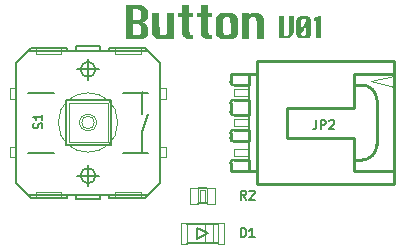
<source format=gto>
G04 (created by PCBNEW (2013-07-07 BZR 4022)-stable) date 2015/2/26 10:26:18*
%MOIN*%
G04 Gerber Fmt 3.4, Leading zero omitted, Abs format*
%FSLAX34Y34*%
G01*
G70*
G90*
G04 APERTURE LIST*
%ADD10C,0.00590551*%
%ADD11C,0.0026*%
%ADD12C,0.006*%
%ADD13C,0.002*%
%ADD14C,0.003*%
%ADD15C,0.001*%
%ADD16C,0.005*%
%ADD17C,0.01*%
%ADD18C,0.008*%
%ADD19C,0.0001*%
G04 APERTURE END LIST*
G54D10*
G54D11*
X23660Y-27525D02*
X23915Y-27525D01*
X23915Y-27525D02*
X23915Y-26974D01*
X23660Y-26974D02*
X23915Y-26974D01*
X23660Y-27525D02*
X23660Y-26974D01*
X23080Y-27525D02*
X23336Y-27525D01*
X23336Y-27525D02*
X23336Y-26974D01*
X23080Y-26974D02*
X23336Y-26974D01*
X23080Y-27525D02*
X23080Y-26974D01*
X23422Y-27446D02*
X23578Y-27446D01*
X23578Y-27446D02*
X23578Y-27054D01*
X23422Y-27054D02*
X23578Y-27054D01*
X23422Y-27446D02*
X23422Y-27054D01*
G54D12*
X23339Y-27000D02*
X23661Y-27000D01*
X23339Y-27500D02*
X23661Y-27500D01*
G54D11*
X17285Y-23653D02*
X17085Y-23653D01*
X17085Y-23653D02*
X17085Y-24003D01*
X17285Y-24003D02*
X17085Y-24003D01*
X17285Y-23653D02*
X17285Y-24003D01*
X17285Y-25603D02*
X17085Y-25603D01*
X17085Y-25603D02*
X17085Y-25953D01*
X17285Y-25953D02*
X17085Y-25953D01*
X17285Y-25603D02*
X17285Y-25953D01*
X22285Y-25603D02*
X22085Y-25603D01*
X22085Y-25603D02*
X22085Y-25953D01*
X22285Y-25953D02*
X22085Y-25953D01*
X22285Y-25603D02*
X22285Y-25953D01*
X22285Y-23653D02*
X22085Y-23653D01*
X22085Y-23653D02*
X22085Y-24003D01*
X22285Y-24003D02*
X22085Y-24003D01*
X22285Y-23653D02*
X22285Y-24003D01*
X18785Y-27103D02*
X17935Y-27103D01*
X17935Y-27103D02*
X17935Y-27303D01*
X18785Y-27303D02*
X17935Y-27303D01*
X18785Y-27103D02*
X18785Y-27303D01*
X21435Y-27103D02*
X20585Y-27103D01*
X20585Y-27103D02*
X20585Y-27303D01*
X21435Y-27303D02*
X20585Y-27303D01*
X21435Y-27103D02*
X21435Y-27303D01*
X18785Y-22303D02*
X17935Y-22303D01*
X17935Y-22303D02*
X17935Y-22503D01*
X18785Y-22503D02*
X17935Y-22503D01*
X18785Y-22303D02*
X18785Y-22503D01*
X21435Y-22303D02*
X20585Y-22303D01*
X20585Y-22303D02*
X20585Y-22503D01*
X21435Y-22503D02*
X20585Y-22503D01*
X21435Y-22303D02*
X21435Y-22503D01*
G54D12*
X20435Y-25553D02*
X18935Y-25553D01*
X18935Y-24053D02*
X18935Y-25553D01*
X18935Y-24053D02*
X20435Y-24053D01*
X20435Y-25553D02*
X20435Y-24053D01*
G54D13*
X20335Y-25453D02*
X19035Y-25453D01*
X19035Y-24153D02*
X19035Y-25453D01*
X19035Y-24153D02*
X20335Y-24153D01*
X20335Y-25453D02*
X20335Y-24153D01*
G54D12*
X20085Y-27203D02*
X20085Y-27353D01*
X20085Y-27203D02*
X19285Y-27203D01*
X20085Y-27353D02*
X19285Y-27353D01*
X19285Y-27353D02*
X19285Y-27203D01*
X17285Y-26803D02*
X17685Y-27203D01*
X17685Y-27203D02*
X18985Y-27203D01*
X17285Y-26803D02*
X17285Y-26303D01*
X17285Y-25253D02*
X17285Y-26303D01*
X17285Y-25253D02*
X17285Y-24353D01*
X17285Y-23303D02*
X17285Y-24353D01*
X17685Y-22403D02*
X17285Y-22803D01*
X17285Y-22803D02*
X17285Y-23303D01*
X22085Y-25253D02*
X22085Y-26303D01*
X22085Y-25253D02*
X22085Y-24353D01*
X22085Y-23303D02*
X22085Y-24353D01*
X22085Y-23303D02*
X22085Y-22803D01*
X22085Y-22803D02*
X21685Y-22403D01*
X21685Y-22403D02*
X20385Y-22403D01*
X21685Y-27203D02*
X20385Y-27203D01*
X21685Y-27203D02*
X22085Y-26803D01*
X22085Y-26803D02*
X22085Y-26303D01*
X20085Y-22253D02*
X19285Y-22253D01*
X20085Y-22253D02*
X20085Y-22403D01*
X19285Y-22403D02*
X19285Y-22253D01*
X17685Y-27203D02*
X17785Y-27303D01*
X17785Y-27303D02*
X18985Y-27303D01*
X18985Y-27303D02*
X18985Y-27203D01*
X18985Y-27203D02*
X19285Y-27203D01*
X20385Y-27303D02*
X20385Y-27203D01*
X20385Y-27203D02*
X20085Y-27203D01*
X20385Y-27303D02*
X21585Y-27303D01*
X21685Y-27203D02*
X21585Y-27303D01*
X20085Y-22403D02*
X19285Y-22403D01*
X19285Y-22403D02*
X18985Y-22403D01*
X20385Y-22403D02*
X20385Y-22303D01*
X20385Y-22403D02*
X20085Y-22403D01*
X20385Y-22303D02*
X21585Y-22303D01*
X21585Y-22303D02*
X21685Y-22403D01*
X18985Y-22403D02*
X18985Y-22303D01*
X18985Y-22403D02*
X17685Y-22403D01*
X17785Y-22303D02*
X18985Y-22303D01*
X17685Y-22403D02*
X17785Y-22303D01*
X21685Y-25803D02*
X21485Y-25803D01*
X18535Y-25803D02*
X17685Y-25803D01*
X21685Y-23803D02*
X21485Y-23803D01*
X18535Y-23803D02*
X17685Y-23803D01*
X21485Y-25803D02*
X21485Y-25103D01*
X21485Y-25803D02*
X20835Y-25803D01*
X21485Y-25103D02*
X21685Y-24503D01*
X21485Y-24503D02*
X21485Y-23803D01*
X21485Y-23803D02*
X20835Y-23803D01*
G54D14*
X20674Y-24803D02*
G75*
G03X20674Y-24803I-989J0D01*
G74*
G01*
G54D15*
X19967Y-24803D02*
G75*
G03X19967Y-24803I-282J0D01*
G74*
G01*
X19897Y-24803D02*
G75*
G03X19897Y-24803I-212J0D01*
G74*
G01*
G54D14*
X21520Y-25803D02*
G75*
G03X21520Y-25803I-35J0D01*
G74*
G01*
X21520Y-23803D02*
G75*
G03X21520Y-23803I-35J0D01*
G74*
G01*
G54D16*
X19935Y-23033D02*
G75*
G03X19935Y-23033I-250J0D01*
G74*
G01*
X20039Y-23033D02*
X19331Y-23033D01*
X19685Y-22678D02*
X19685Y-23389D01*
X19935Y-26573D02*
G75*
G03X19935Y-26573I-250J0D01*
G74*
G01*
X20039Y-26573D02*
X19331Y-26573D01*
X19685Y-26217D02*
X19685Y-26928D01*
G54D11*
X24559Y-23678D02*
X24559Y-23928D01*
X24559Y-23928D02*
X25059Y-23928D01*
X25059Y-23678D02*
X25059Y-23928D01*
X24559Y-23678D02*
X25059Y-23678D01*
X24559Y-24678D02*
X24559Y-24928D01*
X24559Y-24928D02*
X25059Y-24928D01*
X25059Y-24678D02*
X25059Y-24928D01*
X24559Y-24678D02*
X25059Y-24678D01*
X24559Y-25678D02*
X24559Y-25928D01*
X24559Y-25928D02*
X25059Y-25928D01*
X25059Y-25678D02*
X25059Y-25928D01*
X24559Y-25678D02*
X25059Y-25678D01*
G54D17*
X29871Y-26865D02*
X29871Y-26428D01*
X29871Y-26428D02*
X29871Y-22741D01*
X29871Y-22741D02*
X25309Y-22741D01*
X28559Y-24303D02*
X26309Y-24303D01*
X26309Y-24303D02*
X26309Y-25303D01*
X26309Y-25303D02*
X28559Y-25303D01*
X29871Y-23178D02*
X28559Y-23178D01*
X28559Y-23178D02*
X28559Y-23553D01*
X28559Y-23553D02*
X28559Y-24303D01*
X28559Y-25303D02*
X28559Y-26053D01*
X28559Y-26053D02*
X28559Y-26428D01*
X28559Y-26428D02*
X29871Y-26428D01*
X28559Y-23553D02*
X28809Y-23553D01*
X29309Y-24053D02*
X29309Y-25553D01*
X28809Y-26053D02*
X28559Y-26053D01*
X25309Y-22741D02*
X25309Y-26865D01*
X25309Y-26865D02*
X29871Y-26865D01*
X25309Y-23178D02*
X25059Y-23178D01*
X25059Y-23178D02*
X24434Y-23178D01*
X25059Y-23178D02*
X25059Y-23553D01*
G54D16*
X25059Y-23553D02*
X25059Y-24053D01*
G54D17*
X25059Y-24053D02*
X25059Y-24553D01*
G54D16*
X25059Y-24553D02*
X25059Y-25053D01*
G54D17*
X25059Y-25053D02*
X25059Y-25428D01*
X25059Y-23553D02*
X24534Y-23553D01*
X24434Y-23453D02*
X24434Y-23178D01*
X25059Y-24053D02*
X24534Y-24053D01*
X25059Y-24553D02*
X24534Y-24553D01*
X24434Y-24453D02*
X24434Y-24153D01*
X25059Y-25053D02*
X24534Y-25053D01*
X24434Y-25153D02*
X24434Y-25328D01*
X24534Y-25428D02*
X25059Y-25428D01*
X24434Y-26428D02*
X25059Y-26428D01*
X25059Y-26428D02*
X25309Y-26428D01*
G54D16*
X25059Y-25428D02*
X25059Y-26053D01*
G54D17*
X25059Y-26053D02*
X25059Y-26428D01*
X25059Y-26053D02*
X24534Y-26053D01*
X24434Y-26153D02*
X24434Y-26428D01*
G54D13*
X29871Y-23241D02*
X29121Y-23429D01*
X29121Y-23429D02*
X29871Y-23616D01*
X29871Y-23616D02*
X29871Y-23241D01*
G54D17*
X29309Y-24053D02*
G75*
G03X28809Y-23553I-500J0D01*
G74*
G01*
X28809Y-26053D02*
G75*
G03X29309Y-25553I0J500D01*
G74*
G01*
X24434Y-23453D02*
G75*
G03X24534Y-23553I100J0D01*
G74*
G01*
X24534Y-24053D02*
G75*
G03X24434Y-24153I0J-100D01*
G74*
G01*
X24434Y-24453D02*
G75*
G03X24534Y-24553I100J0D01*
G74*
G01*
X24534Y-25053D02*
G75*
G03X24434Y-25153I0J-100D01*
G74*
G01*
X24434Y-25328D02*
G75*
G03X24534Y-25428I100J0D01*
G74*
G01*
X24534Y-26053D02*
G75*
G03X24434Y-26153I0J-100D01*
G74*
G01*
G54D11*
X24230Y-28160D02*
X24009Y-28160D01*
X24009Y-28160D02*
X24009Y-28840D01*
X24230Y-28840D02*
X24009Y-28840D01*
X24230Y-28160D02*
X24230Y-28840D01*
X22991Y-28160D02*
X22770Y-28160D01*
X22770Y-28160D02*
X22770Y-28840D01*
X22991Y-28840D02*
X22770Y-28840D01*
X22991Y-28160D02*
X22991Y-28840D01*
X23840Y-28190D02*
X23600Y-28190D01*
X23600Y-28190D02*
X23600Y-28810D01*
X23840Y-28810D02*
X23600Y-28810D01*
X23840Y-28190D02*
X23840Y-28810D01*
G54D12*
X22980Y-28810D02*
X24020Y-28810D01*
X22980Y-28190D02*
X24020Y-28190D01*
G54D18*
X23304Y-28696D02*
X23696Y-28500D01*
X23696Y-28500D02*
X23304Y-28304D01*
X23304Y-28304D02*
X23304Y-28696D01*
G54D19*
G36*
X26546Y-21250D02*
X26545Y-21511D01*
X26544Y-21560D01*
X26544Y-21603D01*
X26544Y-21640D01*
X26543Y-21672D01*
X26543Y-21699D01*
X26542Y-21722D01*
X26542Y-21742D01*
X26541Y-21757D01*
X26540Y-21770D01*
X26538Y-21781D01*
X26537Y-21791D01*
X26535Y-21799D01*
X26533Y-21806D01*
X26530Y-21813D01*
X26527Y-21820D01*
X26523Y-21828D01*
X26521Y-21832D01*
X26503Y-21864D01*
X26480Y-21895D01*
X26453Y-21924D01*
X26423Y-21948D01*
X26391Y-21969D01*
X26366Y-21980D01*
X26353Y-21985D01*
X26341Y-21989D01*
X26329Y-21992D01*
X26317Y-21994D01*
X26302Y-21996D01*
X26285Y-21998D01*
X26265Y-21999D01*
X26241Y-21999D01*
X26212Y-21999D01*
X26178Y-21999D01*
X26168Y-22000D01*
X26045Y-22000D01*
X26045Y-21625D01*
X26045Y-21250D01*
X26128Y-21250D01*
X26211Y-21250D01*
X26211Y-21584D01*
X26211Y-21917D01*
X26264Y-21916D01*
X26284Y-21915D01*
X26299Y-21914D01*
X26310Y-21914D01*
X26318Y-21912D01*
X26325Y-21910D01*
X26331Y-21907D01*
X26333Y-21906D01*
X26349Y-21895D01*
X26363Y-21880D01*
X26372Y-21863D01*
X26375Y-21857D01*
X26375Y-21851D01*
X26376Y-21839D01*
X26376Y-21820D01*
X26377Y-21794D01*
X26377Y-21762D01*
X26378Y-21725D01*
X26378Y-21681D01*
X26378Y-21631D01*
X26378Y-21575D01*
X26378Y-21548D01*
X26378Y-21250D01*
X26462Y-21250D01*
X26546Y-21250D01*
X26546Y-21250D01*
X26546Y-21250D01*
G37*
G36*
X27124Y-21711D02*
X27124Y-21745D01*
X27123Y-21772D01*
X27123Y-21797D01*
X27123Y-21816D01*
X27123Y-21833D01*
X27122Y-21845D01*
X27122Y-21856D01*
X27121Y-21864D01*
X27120Y-21870D01*
X27119Y-21875D01*
X27118Y-21880D01*
X27117Y-21882D01*
X27110Y-21903D01*
X27100Y-21921D01*
X27087Y-21938D01*
X27071Y-21953D01*
X27045Y-21975D01*
X27017Y-21989D01*
X26997Y-21996D01*
X26988Y-21997D01*
X26975Y-21998D01*
X26957Y-21998D01*
X26957Y-21642D01*
X26957Y-21618D01*
X26957Y-21599D01*
X26956Y-21585D01*
X26956Y-21574D01*
X26956Y-21568D01*
X26955Y-21564D01*
X26954Y-21562D01*
X26954Y-21562D01*
X26954Y-21399D01*
X26952Y-21392D01*
X26947Y-21381D01*
X26941Y-21369D01*
X26934Y-21360D01*
X26932Y-21358D01*
X26917Y-21345D01*
X26898Y-21338D01*
X26875Y-21336D01*
X26854Y-21338D01*
X26836Y-21344D01*
X26819Y-21356D01*
X26815Y-21361D01*
X26809Y-21366D01*
X26805Y-21371D01*
X26802Y-21375D01*
X26799Y-21381D01*
X26797Y-21388D01*
X26795Y-21397D01*
X26794Y-21409D01*
X26793Y-21424D01*
X26792Y-21443D01*
X26792Y-21466D01*
X26791Y-21495D01*
X26791Y-21529D01*
X26791Y-21547D01*
X26790Y-21699D01*
X26872Y-21552D01*
X26888Y-21523D01*
X26903Y-21496D01*
X26916Y-21471D01*
X26928Y-21449D01*
X26938Y-21430D01*
X26946Y-21415D01*
X26951Y-21405D01*
X26954Y-21400D01*
X26954Y-21399D01*
X26954Y-21562D01*
X26953Y-21563D01*
X26952Y-21564D01*
X26951Y-21565D01*
X26948Y-21570D01*
X26943Y-21580D01*
X26934Y-21595D01*
X26924Y-21614D01*
X26911Y-21636D01*
X26898Y-21660D01*
X26883Y-21687D01*
X26869Y-21712D01*
X26793Y-21847D01*
X26798Y-21864D01*
X26807Y-21883D01*
X26821Y-21898D01*
X26839Y-21909D01*
X26859Y-21915D01*
X26881Y-21915D01*
X26898Y-21912D01*
X26919Y-21902D01*
X26936Y-21887D01*
X26946Y-21873D01*
X26955Y-21858D01*
X26956Y-21707D01*
X26956Y-21671D01*
X26957Y-21642D01*
X26957Y-21998D01*
X26957Y-21999D01*
X26935Y-21999D01*
X26910Y-21999D01*
X26885Y-21999D01*
X26858Y-21999D01*
X26833Y-21999D01*
X26808Y-21998D01*
X26787Y-21998D01*
X26769Y-21997D01*
X26755Y-21996D01*
X26748Y-21995D01*
X26748Y-21995D01*
X26719Y-21984D01*
X26693Y-21967D01*
X26669Y-21945D01*
X26650Y-21920D01*
X26639Y-21901D01*
X26626Y-21875D01*
X26626Y-21625D01*
X26626Y-21375D01*
X26639Y-21349D01*
X26656Y-21320D01*
X26679Y-21295D01*
X26706Y-21274D01*
X26737Y-21258D01*
X26745Y-21256D01*
X26750Y-21254D01*
X26756Y-21253D01*
X26764Y-21252D01*
X26776Y-21252D01*
X26792Y-21251D01*
X26812Y-21251D01*
X26837Y-21251D01*
X26868Y-21250D01*
X26874Y-21250D01*
X26905Y-21250D01*
X26930Y-21251D01*
X26950Y-21251D01*
X26966Y-21251D01*
X26978Y-21251D01*
X26987Y-21252D01*
X26994Y-21253D01*
X27000Y-21254D01*
X27005Y-21256D01*
X27011Y-21258D01*
X27031Y-21266D01*
X27046Y-21275D01*
X27061Y-21287D01*
X27073Y-21298D01*
X27092Y-21319D01*
X27106Y-21340D01*
X27116Y-21363D01*
X27117Y-21367D01*
X27118Y-21371D01*
X27119Y-21375D01*
X27120Y-21381D01*
X27121Y-21387D01*
X27122Y-21396D01*
X27122Y-21406D01*
X27123Y-21419D01*
X27123Y-21436D01*
X27123Y-21456D01*
X27124Y-21480D01*
X27124Y-21509D01*
X27124Y-21544D01*
X27124Y-21584D01*
X27124Y-21625D01*
X27124Y-21671D01*
X27124Y-21711D01*
X27124Y-21711D01*
X27124Y-21711D01*
G37*
G36*
X27456Y-22000D02*
X27373Y-22000D01*
X27289Y-22000D01*
X27289Y-21709D01*
X27289Y-21417D01*
X27246Y-21417D01*
X27203Y-21417D01*
X27203Y-21376D01*
X27203Y-21335D01*
X27288Y-21293D01*
X27372Y-21250D01*
X27414Y-21250D01*
X27456Y-21250D01*
X27456Y-21625D01*
X27456Y-22000D01*
X27456Y-22000D01*
X27456Y-22000D01*
G37*
G36*
X21696Y-21723D02*
X21696Y-21757D01*
X21694Y-21790D01*
X21692Y-21820D01*
X21688Y-21843D01*
X21686Y-21849D01*
X21668Y-21891D01*
X21642Y-21929D01*
X21609Y-21963D01*
X21570Y-21991D01*
X21528Y-22011D01*
X21508Y-22018D01*
X21500Y-22019D01*
X21488Y-22020D01*
X21471Y-22022D01*
X21449Y-22022D01*
X21445Y-22022D01*
X21445Y-21674D01*
X21445Y-21247D01*
X21445Y-21213D01*
X21445Y-21201D01*
X21444Y-21169D01*
X21443Y-21146D01*
X21442Y-21129D01*
X21440Y-21116D01*
X21438Y-21107D01*
X21434Y-21099D01*
X21429Y-21090D01*
X21429Y-21089D01*
X21410Y-21065D01*
X21383Y-21044D01*
X21354Y-21031D01*
X21353Y-21031D01*
X21341Y-21029D01*
X21321Y-21027D01*
X21296Y-21026D01*
X21269Y-21025D01*
X21264Y-21025D01*
X21195Y-21025D01*
X21195Y-21213D01*
X21195Y-21401D01*
X21277Y-21400D01*
X21307Y-21399D01*
X21329Y-21398D01*
X21345Y-21397D01*
X21357Y-21395D01*
X21366Y-21392D01*
X21375Y-21388D01*
X21382Y-21384D01*
X21407Y-21364D01*
X21427Y-21339D01*
X21440Y-21311D01*
X21441Y-21309D01*
X21443Y-21296D01*
X21444Y-21275D01*
X21445Y-21247D01*
X21445Y-21674D01*
X21444Y-21640D01*
X21440Y-21611D01*
X21435Y-21589D01*
X21427Y-21572D01*
X21415Y-21558D01*
X21400Y-21547D01*
X21388Y-21540D01*
X21378Y-21536D01*
X21368Y-21532D01*
X21357Y-21530D01*
X21342Y-21528D01*
X21322Y-21527D01*
X21294Y-21526D01*
X21279Y-21526D01*
X21195Y-21524D01*
X21195Y-21712D01*
X21195Y-21900D01*
X21274Y-21899D01*
X21306Y-21898D01*
X21329Y-21897D01*
X21346Y-21895D01*
X21359Y-21892D01*
X21369Y-21889D01*
X21372Y-21887D01*
X21397Y-21871D01*
X21419Y-21850D01*
X21434Y-21828D01*
X21437Y-21821D01*
X21440Y-21811D01*
X21442Y-21797D01*
X21443Y-21778D01*
X21444Y-21752D01*
X21445Y-21719D01*
X21445Y-21674D01*
X21445Y-22022D01*
X21421Y-22023D01*
X21385Y-22024D01*
X21342Y-22024D01*
X21291Y-22024D01*
X21231Y-22024D01*
X21214Y-22024D01*
X20946Y-22025D01*
X20946Y-21463D01*
X20946Y-20900D01*
X21219Y-20900D01*
X21493Y-20900D01*
X21527Y-20913D01*
X21561Y-20928D01*
X21591Y-20947D01*
X21620Y-20973D01*
X21628Y-20981D01*
X21650Y-21006D01*
X21667Y-21031D01*
X21680Y-21056D01*
X21688Y-21084D01*
X21693Y-21117D01*
X21695Y-21157D01*
X21695Y-21185D01*
X21694Y-21232D01*
X21691Y-21271D01*
X21684Y-21304D01*
X21674Y-21331D01*
X21660Y-21356D01*
X21642Y-21379D01*
X21633Y-21388D01*
X21608Y-21408D01*
X21581Y-21425D01*
X21547Y-21440D01*
X21510Y-21452D01*
X21491Y-21458D01*
X21480Y-21462D01*
X21478Y-21464D01*
X21483Y-21465D01*
X21486Y-21465D01*
X21507Y-21468D01*
X21533Y-21475D01*
X21560Y-21484D01*
X21584Y-21495D01*
X21587Y-21497D01*
X21615Y-21519D01*
X21642Y-21548D01*
X21664Y-21582D01*
X21681Y-21620D01*
X21688Y-21641D01*
X21692Y-21662D01*
X21695Y-21690D01*
X21696Y-21723D01*
X21696Y-21723D01*
X21696Y-21723D01*
G37*
G36*
X22566Y-22025D02*
X22441Y-22025D01*
X22316Y-22025D01*
X22315Y-21973D01*
X22315Y-21922D01*
X22308Y-21946D01*
X22296Y-21970D01*
X22278Y-21992D01*
X22257Y-22009D01*
X22238Y-22018D01*
X22223Y-22021D01*
X22199Y-22023D01*
X22166Y-22024D01*
X22124Y-22024D01*
X22120Y-22024D01*
X22084Y-22024D01*
X22056Y-22023D01*
X22034Y-22022D01*
X22018Y-22020D01*
X22004Y-22018D01*
X21995Y-22015D01*
X21948Y-21995D01*
X21907Y-21967D01*
X21872Y-21931D01*
X21843Y-21888D01*
X21823Y-21844D01*
X21822Y-21838D01*
X21821Y-21830D01*
X21819Y-21820D01*
X21818Y-21805D01*
X21818Y-21787D01*
X21817Y-21763D01*
X21817Y-21733D01*
X21816Y-21697D01*
X21816Y-21654D01*
X21816Y-21604D01*
X21816Y-21544D01*
X21816Y-21487D01*
X21816Y-21150D01*
X21941Y-21150D01*
X22065Y-21150D01*
X22067Y-21479D01*
X22067Y-21545D01*
X22067Y-21601D01*
X22068Y-21649D01*
X22068Y-21689D01*
X22068Y-21722D01*
X22069Y-21749D01*
X22070Y-21770D01*
X22070Y-21787D01*
X22071Y-21800D01*
X22073Y-21809D01*
X22074Y-21816D01*
X22075Y-21821D01*
X22077Y-21825D01*
X22097Y-21854D01*
X22122Y-21876D01*
X22151Y-21890D01*
X22183Y-21897D01*
X22215Y-21895D01*
X22247Y-21885D01*
X22248Y-21884D01*
X22272Y-21867D01*
X22293Y-21845D01*
X22307Y-21820D01*
X22310Y-21811D01*
X22312Y-21801D01*
X22313Y-21782D01*
X22313Y-21754D01*
X22314Y-21716D01*
X22315Y-21670D01*
X22315Y-21616D01*
X22316Y-21553D01*
X22316Y-21481D01*
X22316Y-21472D01*
X22316Y-21150D01*
X22441Y-21150D01*
X22566Y-21150D01*
X22566Y-21588D01*
X22566Y-22025D01*
X22566Y-22025D01*
X22566Y-22025D01*
G37*
G36*
X23193Y-22025D02*
X23107Y-22024D01*
X23072Y-22024D01*
X23045Y-22023D01*
X23025Y-22022D01*
X23009Y-22019D01*
X22996Y-22016D01*
X22993Y-22015D01*
X22959Y-22002D01*
X22930Y-21986D01*
X22902Y-21965D01*
X22895Y-21958D01*
X22862Y-21921D01*
X22837Y-21880D01*
X22822Y-21840D01*
X22820Y-21832D01*
X22819Y-21822D01*
X22817Y-21811D01*
X22816Y-21796D01*
X22815Y-21778D01*
X22815Y-21755D01*
X22814Y-21726D01*
X22814Y-21691D01*
X22814Y-21649D01*
X22813Y-21598D01*
X22813Y-21542D01*
X22813Y-21275D01*
X22751Y-21275D01*
X22688Y-21275D01*
X22688Y-21213D01*
X22688Y-21150D01*
X22751Y-21150D01*
X22813Y-21150D01*
X22813Y-21025D01*
X22813Y-20900D01*
X22939Y-20900D01*
X23066Y-20900D01*
X23064Y-21025D01*
X23063Y-21150D01*
X23128Y-21150D01*
X23193Y-21150D01*
X23193Y-21213D01*
X23193Y-21275D01*
X23128Y-21275D01*
X23063Y-21275D01*
X23063Y-21519D01*
X23063Y-21569D01*
X23064Y-21616D01*
X23064Y-21660D01*
X23065Y-21700D01*
X23065Y-21735D01*
X23066Y-21763D01*
X23067Y-21783D01*
X23068Y-21794D01*
X23076Y-21825D01*
X23089Y-21850D01*
X23111Y-21870D01*
X23132Y-21883D01*
X23150Y-21891D01*
X23167Y-21897D01*
X23178Y-21899D01*
X23193Y-21899D01*
X23193Y-21962D01*
X23193Y-22025D01*
X23193Y-22025D01*
X23193Y-22025D01*
G37*
G36*
X23818Y-22025D02*
X23732Y-22024D01*
X23697Y-22024D01*
X23670Y-22023D01*
X23650Y-22022D01*
X23634Y-22019D01*
X23621Y-22016D01*
X23618Y-22015D01*
X23584Y-22002D01*
X23555Y-21986D01*
X23527Y-21965D01*
X23520Y-21958D01*
X23487Y-21921D01*
X23462Y-21880D01*
X23447Y-21840D01*
X23445Y-21832D01*
X23444Y-21822D01*
X23442Y-21811D01*
X23441Y-21796D01*
X23440Y-21778D01*
X23440Y-21755D01*
X23439Y-21726D01*
X23439Y-21691D01*
X23439Y-21649D01*
X23439Y-21598D01*
X23439Y-21542D01*
X23438Y-21275D01*
X23376Y-21275D01*
X23313Y-21275D01*
X23313Y-21213D01*
X23313Y-21150D01*
X23376Y-21150D01*
X23438Y-21150D01*
X23438Y-21025D01*
X23438Y-20900D01*
X23565Y-20900D01*
X23691Y-20900D01*
X23689Y-21025D01*
X23688Y-21150D01*
X23753Y-21150D01*
X23818Y-21150D01*
X23818Y-21213D01*
X23818Y-21275D01*
X23753Y-21275D01*
X23688Y-21275D01*
X23688Y-21519D01*
X23688Y-21569D01*
X23689Y-21616D01*
X23689Y-21660D01*
X23690Y-21700D01*
X23690Y-21735D01*
X23691Y-21763D01*
X23692Y-21783D01*
X23693Y-21794D01*
X23701Y-21825D01*
X23715Y-21850D01*
X23736Y-21870D01*
X23758Y-21883D01*
X23776Y-21891D01*
X23792Y-21897D01*
X23804Y-21899D01*
X23818Y-21899D01*
X23818Y-21962D01*
X23818Y-22025D01*
X23818Y-22025D01*
X23818Y-22025D01*
G37*
G36*
X24686Y-21588D02*
X24686Y-21646D01*
X24686Y-21694D01*
X24685Y-21735D01*
X24685Y-21769D01*
X24684Y-21797D01*
X24682Y-21819D01*
X24679Y-21838D01*
X24676Y-21853D01*
X24672Y-21866D01*
X24667Y-21878D01*
X24661Y-21889D01*
X24654Y-21901D01*
X24651Y-21904D01*
X24635Y-21925D01*
X24615Y-21948D01*
X24591Y-21969D01*
X24569Y-21987D01*
X24549Y-21999D01*
X24535Y-22006D01*
X24522Y-22011D01*
X24508Y-22015D01*
X24492Y-22018D01*
X24474Y-22021D01*
X24451Y-22022D01*
X24434Y-22023D01*
X24434Y-21812D01*
X24434Y-21588D01*
X24434Y-21533D01*
X24434Y-21487D01*
X24433Y-21449D01*
X24433Y-21418D01*
X24432Y-21394D01*
X24430Y-21375D01*
X24428Y-21360D01*
X24425Y-21349D01*
X24422Y-21340D01*
X24417Y-21332D01*
X24411Y-21325D01*
X24404Y-21318D01*
X24399Y-21314D01*
X24374Y-21294D01*
X24347Y-21282D01*
X24315Y-21278D01*
X24311Y-21278D01*
X24276Y-21283D01*
X24246Y-21297D01*
X24220Y-21319D01*
X24199Y-21348D01*
X24197Y-21353D01*
X24195Y-21358D01*
X24193Y-21365D01*
X24192Y-21373D01*
X24191Y-21385D01*
X24190Y-21401D01*
X24189Y-21421D01*
X24189Y-21448D01*
X24189Y-21481D01*
X24189Y-21523D01*
X24189Y-21573D01*
X24189Y-21588D01*
X24189Y-21642D01*
X24189Y-21687D01*
X24189Y-21724D01*
X24190Y-21754D01*
X24190Y-21778D01*
X24192Y-21797D01*
X24194Y-21812D01*
X24197Y-21823D01*
X24201Y-21832D01*
X24206Y-21840D01*
X24213Y-21848D01*
X24220Y-21855D01*
X24223Y-21859D01*
X24250Y-21881D01*
X24280Y-21894D01*
X24314Y-21898D01*
X24340Y-21894D01*
X24369Y-21883D01*
X24396Y-21864D01*
X24417Y-21840D01*
X24420Y-21836D01*
X24434Y-21812D01*
X24434Y-22023D01*
X24423Y-22023D01*
X24388Y-22024D01*
X24346Y-22024D01*
X24309Y-22024D01*
X24262Y-22024D01*
X24225Y-22024D01*
X24195Y-22023D01*
X24172Y-22023D01*
X24154Y-22022D01*
X24140Y-22020D01*
X24129Y-22019D01*
X24120Y-22016D01*
X24116Y-22015D01*
X24069Y-21995D01*
X24027Y-21967D01*
X23992Y-21931D01*
X23964Y-21888D01*
X23944Y-21844D01*
X23942Y-21837D01*
X23941Y-21828D01*
X23939Y-21816D01*
X23938Y-21799D01*
X23938Y-21777D01*
X23937Y-21750D01*
X23937Y-21716D01*
X23936Y-21673D01*
X23936Y-21624D01*
X23936Y-21588D01*
X23936Y-21352D01*
X23949Y-21321D01*
X23957Y-21301D01*
X23967Y-21281D01*
X23973Y-21269D01*
X23987Y-21249D01*
X24008Y-21227D01*
X24031Y-21206D01*
X24054Y-21188D01*
X24069Y-21179D01*
X24084Y-21172D01*
X24098Y-21166D01*
X24112Y-21161D01*
X24127Y-21157D01*
X24145Y-21154D01*
X24167Y-21153D01*
X24193Y-21151D01*
X24226Y-21151D01*
X24267Y-21151D01*
X24311Y-21151D01*
X24360Y-21151D01*
X24400Y-21151D01*
X24433Y-21152D01*
X24459Y-21153D01*
X24480Y-21155D01*
X24498Y-21157D01*
X24513Y-21161D01*
X24526Y-21166D01*
X24540Y-21171D01*
X24549Y-21176D01*
X24569Y-21188D01*
X24592Y-21206D01*
X24615Y-21228D01*
X24636Y-21250D01*
X24651Y-21271D01*
X24659Y-21283D01*
X24666Y-21294D01*
X24671Y-21306D01*
X24675Y-21318D01*
X24679Y-21332D01*
X24681Y-21350D01*
X24683Y-21371D01*
X24685Y-21398D01*
X24685Y-21430D01*
X24686Y-21469D01*
X24686Y-21515D01*
X24686Y-21571D01*
X24686Y-21588D01*
X24686Y-21588D01*
X24686Y-21588D01*
G37*
G36*
X25555Y-22025D02*
X25430Y-22025D01*
X25306Y-22025D01*
X25304Y-21693D01*
X25304Y-21627D01*
X25304Y-21569D01*
X25303Y-21520D01*
X25303Y-21478D01*
X25302Y-21444D01*
X25302Y-21415D01*
X25300Y-21392D01*
X25299Y-21374D01*
X25297Y-21360D01*
X25294Y-21349D01*
X25291Y-21341D01*
X25287Y-21334D01*
X25283Y-21328D01*
X25277Y-21322D01*
X25271Y-21316D01*
X25268Y-21314D01*
X25243Y-21294D01*
X25216Y-21282D01*
X25184Y-21278D01*
X25180Y-21278D01*
X25147Y-21282D01*
X25120Y-21293D01*
X25095Y-21314D01*
X25092Y-21316D01*
X25085Y-21323D01*
X25080Y-21329D01*
X25075Y-21335D01*
X25071Y-21342D01*
X25067Y-21350D01*
X25065Y-21360D01*
X25062Y-21373D01*
X25061Y-21390D01*
X25059Y-21412D01*
X25058Y-21439D01*
X25058Y-21471D01*
X25057Y-21511D01*
X25057Y-21557D01*
X25057Y-21613D01*
X25056Y-21676D01*
X25056Y-21696D01*
X25055Y-22025D01*
X24930Y-22025D01*
X24805Y-22025D01*
X24805Y-21588D01*
X24805Y-21150D01*
X24930Y-21150D01*
X25055Y-21150D01*
X25056Y-21202D01*
X25056Y-21253D01*
X25065Y-21230D01*
X25078Y-21201D01*
X25095Y-21181D01*
X25115Y-21166D01*
X25122Y-21162D01*
X25132Y-21158D01*
X25141Y-21155D01*
X25151Y-21153D01*
X25164Y-21152D01*
X25182Y-21151D01*
X25207Y-21151D01*
X25239Y-21151D01*
X25245Y-21151D01*
X25292Y-21151D01*
X25331Y-21153D01*
X25363Y-21157D01*
X25390Y-21164D01*
X25414Y-21173D01*
X25436Y-21186D01*
X25457Y-21202D01*
X25473Y-21216D01*
X25505Y-21250D01*
X25528Y-21285D01*
X25544Y-21322D01*
X25546Y-21326D01*
X25548Y-21332D01*
X25549Y-21339D01*
X25551Y-21348D01*
X25552Y-21358D01*
X25553Y-21371D01*
X25554Y-21389D01*
X25554Y-21410D01*
X25554Y-21436D01*
X25555Y-21469D01*
X25555Y-21508D01*
X25555Y-21555D01*
X25555Y-21610D01*
X25555Y-21673D01*
X25555Y-21690D01*
X25555Y-22025D01*
X25555Y-22025D01*
X25555Y-22025D01*
G37*
G54D16*
X24950Y-27371D02*
X24850Y-27228D01*
X24778Y-27371D02*
X24778Y-27071D01*
X24892Y-27071D01*
X24921Y-27085D01*
X24935Y-27100D01*
X24950Y-27128D01*
X24950Y-27171D01*
X24935Y-27200D01*
X24921Y-27214D01*
X24892Y-27228D01*
X24778Y-27228D01*
X25064Y-27100D02*
X25078Y-27085D01*
X25107Y-27071D01*
X25178Y-27071D01*
X25207Y-27085D01*
X25221Y-27100D01*
X25235Y-27128D01*
X25235Y-27157D01*
X25221Y-27200D01*
X25050Y-27371D01*
X25235Y-27371D01*
X18151Y-25002D02*
X18165Y-24960D01*
X18165Y-24888D01*
X18151Y-24860D01*
X18137Y-24845D01*
X18108Y-24831D01*
X18080Y-24831D01*
X18051Y-24845D01*
X18037Y-24860D01*
X18023Y-24888D01*
X18008Y-24945D01*
X17994Y-24974D01*
X17980Y-24988D01*
X17951Y-25002D01*
X17923Y-25002D01*
X17894Y-24988D01*
X17880Y-24974D01*
X17865Y-24945D01*
X17865Y-24874D01*
X17880Y-24831D01*
X18165Y-24545D02*
X18165Y-24717D01*
X18165Y-24631D02*
X17865Y-24631D01*
X17908Y-24660D01*
X17937Y-24688D01*
X17951Y-24717D01*
X27300Y-24721D02*
X27300Y-24935D01*
X27285Y-24978D01*
X27257Y-25007D01*
X27214Y-25021D01*
X27185Y-25021D01*
X27442Y-25021D02*
X27442Y-24721D01*
X27557Y-24721D01*
X27585Y-24735D01*
X27600Y-24750D01*
X27614Y-24778D01*
X27614Y-24821D01*
X27600Y-24850D01*
X27585Y-24864D01*
X27557Y-24878D01*
X27442Y-24878D01*
X27728Y-24750D02*
X27742Y-24735D01*
X27771Y-24721D01*
X27842Y-24721D01*
X27871Y-24735D01*
X27885Y-24750D01*
X27900Y-24778D01*
X27900Y-24807D01*
X27885Y-24850D01*
X27714Y-25021D01*
X27900Y-25021D01*
X24778Y-28621D02*
X24778Y-28321D01*
X24850Y-28321D01*
X24892Y-28335D01*
X24921Y-28364D01*
X24935Y-28392D01*
X24950Y-28450D01*
X24950Y-28492D01*
X24935Y-28550D01*
X24921Y-28578D01*
X24892Y-28607D01*
X24850Y-28621D01*
X24778Y-28621D01*
X25235Y-28621D02*
X25064Y-28621D01*
X25150Y-28621D02*
X25150Y-28321D01*
X25121Y-28364D01*
X25092Y-28392D01*
X25064Y-28407D01*
M02*

</source>
